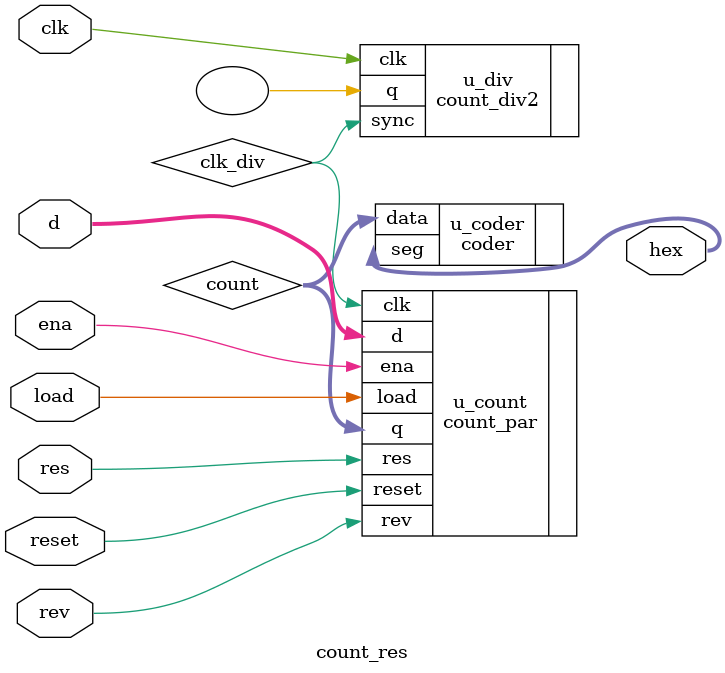
<source format=v>
module count_res (
    input  wire clk, reset,      
    input  wire res,    
    input  wire ena,      
    input  wire rev, load,
	input  [3:0] d,      
    output wire [6:0] hex     
);

    wire clk_div;      
    wire [3:0] count;
    
    count_div2 u_div (
        .clk (clk),
        .sync(clk_div),
        .q   ()
    );

    count_par u_count (
        .clk  (clk_div),
        .reset(reset),
        .res  (res),
        .ena  (ena),
        .rev  (rev),
        .load (load),
        .d    (d),
        .q    (count)
    );

    coder u_coder (
        .data(count),
        .seg (hex)
    );



endmodule



</source>
